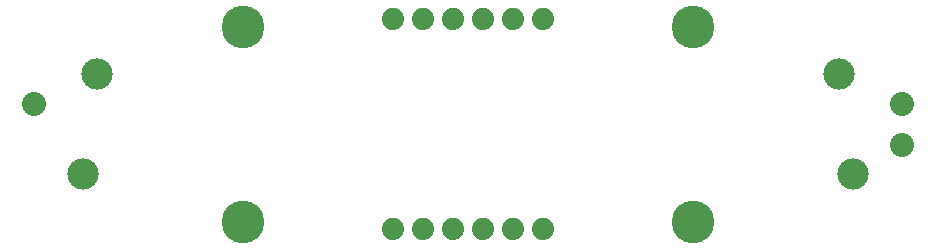
<source format=gbr>
G04 EAGLE Gerber RS-274X export*
G75*
%MOMM*%
%FSLAX34Y34*%
%LPD*%
%INSoldermask Bottom*%
%IPPOS*%
%AMOC8*
5,1,8,0,0,1.08239X$1,22.5*%
G01*
%ADD10C,1.879600*%
%ADD11C,3.617600*%
%ADD12C,2.651600*%
%ADD13C,2.032000*%


D10*
X63500Y-88900D03*
X38100Y-88900D03*
X12700Y-88900D03*
X-12700Y-88900D03*
X-38100Y-88900D03*
X-63500Y-88900D03*
D11*
X190500Y82550D03*
X-190500Y82550D03*
X190500Y-82550D03*
X-190500Y-82550D03*
D10*
X63500Y88900D03*
X38100Y88900D03*
X12700Y88900D03*
X-12700Y88900D03*
X-38100Y88900D03*
X-63500Y88900D03*
D12*
X314000Y42500D03*
X-314000Y42500D03*
X326000Y-42500D03*
X-326000Y-42500D03*
D13*
X367500Y17500D03*
X367500Y-17500D03*
X-367500Y17500D03*
M02*

</source>
